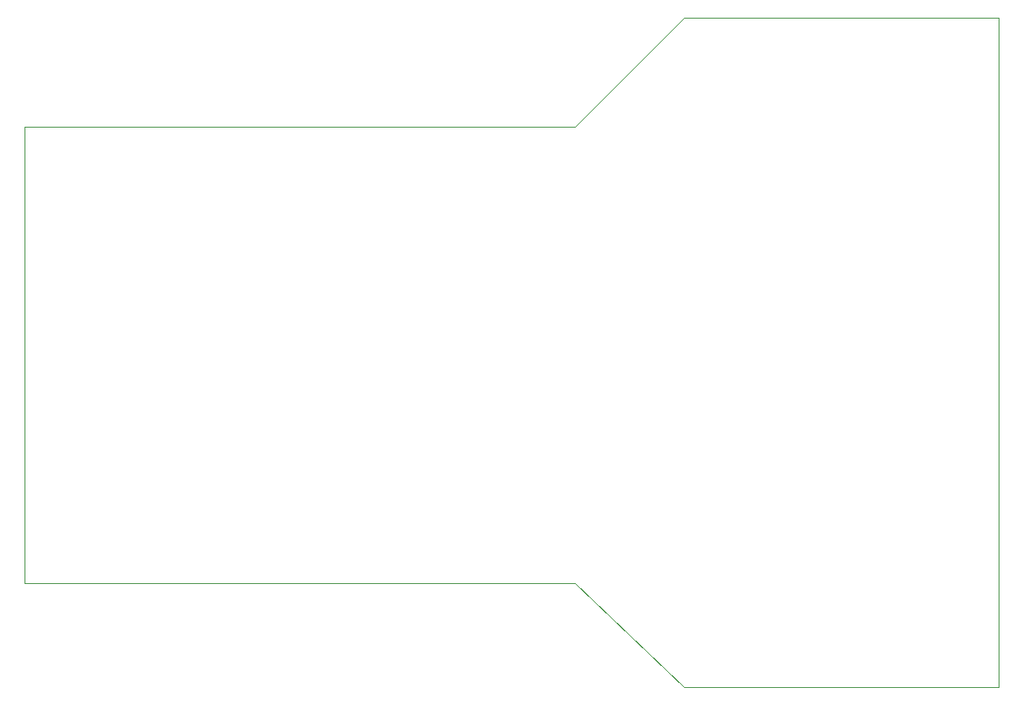
<source format=gm1>
G04 #@! TF.GenerationSoftware,KiCad,Pcbnew,(5.1.9)-1*
G04 #@! TF.CreationDate,2021-06-09T23:16:39+02:00*
G04 #@! TF.ProjectId,decoder,6465636f-6465-4722-9e6b-696361645f70,rev?*
G04 #@! TF.SameCoordinates,Original*
G04 #@! TF.FileFunction,Profile,NP*
%FSLAX46Y46*%
G04 Gerber Fmt 4.6, Leading zero omitted, Abs format (unit mm)*
G04 Created by KiCad (PCBNEW (5.1.9)-1) date 2021-06-09 23:16:39*
%MOMM*%
%LPD*%
G01*
G04 APERTURE LIST*
G04 #@! TA.AperFunction,Profile*
%ADD10C,0.100000*%
G04 #@! TD*
G04 APERTURE END LIST*
D10*
X190754000Y-57023000D02*
X190754000Y-124079000D01*
X159258000Y-57023000D02*
X190754000Y-57023000D01*
X148336000Y-67945000D02*
X159258000Y-57023000D01*
X93218000Y-67945000D02*
X148336000Y-67945000D01*
X93218000Y-113665000D02*
X93218000Y-67945000D01*
X148336000Y-113665000D02*
X93218000Y-113665000D01*
X159258000Y-124079000D02*
X148336000Y-113665000D01*
X190754000Y-124079000D02*
X159258000Y-124079000D01*
M02*

</source>
